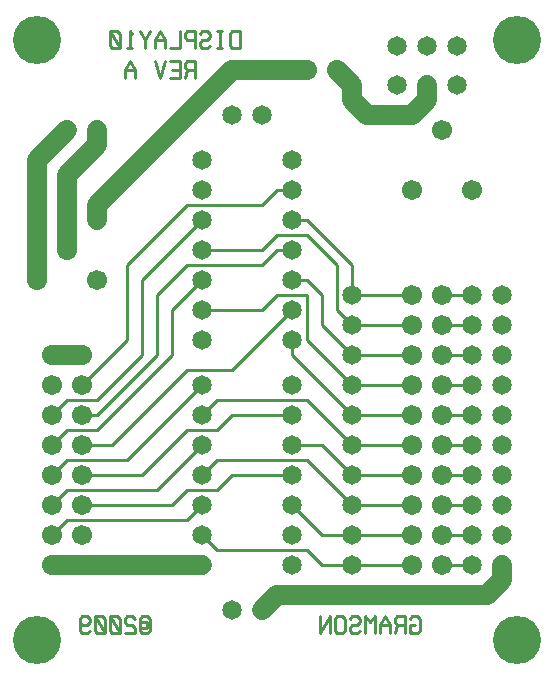
<source format=gbl>
%MOIN*%
%FSLAX25Y25*%
G04 D10 used for Character Trace; *
G04     Circle (OD=.01000) (No hole)*
G04 D11 used for Power Trace; *
G04     Circle (OD=.06500) (No hole)*
G04 D12 used for Signal Trace; *
G04     Circle (OD=.01100) (No hole)*
G04 D13 used for Via; *
G04     Circle (OD=.05800) (Round. Hole ID=.02800)*
G04 D14 used for Component hole; *
G04     Circle (OD=.06500) (Round. Hole ID=.03500)*
G04 D15 used for Component hole; *
G04     Circle (OD=.06700) (Round. Hole ID=.04300)*
G04 D16 used for Component hole; *
G04     Circle (OD=.08100) (Round. Hole ID=.05100)*
G04 D17 used for Component hole; *
G04     Circle (OD=.08900) (Round. Hole ID=.05900)*
G04 D18 used for Component hole; *
G04     Circle (OD=.11300) (Round. Hole ID=.08300)*
G04 D19 used for Component hole; *
G04     Circle (OD=.16000) (Round. Hole ID=.13000)*
G04 D20 used for Component hole; *
G04     Circle (OD=.18300) (Round. Hole ID=.15300)*
G04 D21 used for Component hole; *
G04     Circle (OD=.22291) (Round. Hole ID=.19291)*
%ADD10C,.01000*%
%ADD11C,.06500*%
%ADD12C,.01100*%
%ADD13C,.05800*%
%ADD14C,.06500*%
%ADD15C,.06700*%
%ADD16C,.08100*%
%ADD17C,.08900*%
%ADD18C,.11300*%
%ADD19C,.16000*%
%ADD20C,.18300*%
%ADD21C,.22291*%
%IPPOS*%
%LPD*%
G90*X0Y0D02*D19*X10000Y10000D03*D10*              
X45000Y15957D02*X46674D01*Y14043D01*X45000D01*    
X46674Y12129D02*X45000D01*X44163Y13086D01*        
Y16914D01*X45000Y17871D01*X46674D01*              
X47511Y16914D01*Y13086D01*X46674Y12129D01*        
X42511Y16914D02*X41674Y17871D01*X40000D01*        
X39163Y16914D01*Y15957D01*X40000Y15000D01*        
X41674D01*X42511Y14043D01*Y12129D01*X39163D01*    
X34163Y13086D02*X35000Y12129D01*X36674D01*        
X37511Y13086D01*Y16914D01*X36674Y17871D01*        
X35000D01*X34163Y16914D01*Y13086D01*              
X37511Y12129D02*X34163Y17871D01*X29163Y13086D02*  
X30000Y12129D01*X31674D01*X32511Y13086D01*        
Y16914D01*X31674Y17871D01*X30000D01*              
X29163Y16914D01*Y13086D01*X32511Y12129D02*        
X29163Y17871D01*X24163Y15957D02*X25000Y15000D01*  
X26674D01*X27511Y15957D01*Y16914D01*              
X26674Y17871D01*X25000D01*X24163Y16914D01*        
Y13086D01*X25000Y12129D01*X26674D01*              
X27511Y13086D01*D15*X25000Y35000D03*D11*X15000D01*
D15*D03*X25000Y45000D03*D11*Y35000D02*X65000D01*  
D14*D03*D12*X70000Y40000D02*X100000D01*           
X105000Y35000D01*X115000D01*D14*D03*D12*          
X135000D01*D15*D03*X145000Y45000D03*D12*          
X155000D01*D14*D03*X165000Y35000D03*D11*Y30000D01*
X160000Y25000D01*X155000D01*D14*D03*D11*X90000D01*
X85000Y20000D01*D14*D03*X75000D03*X95000Y35000D03*
D10*X134163Y13086D02*X135000Y12129D01*X136674D01* 
X137511Y13086D01*Y16914D01*X136674Y17871D01*      
X135000D01*X134163Y16914D01*X135837Y15000D02*     
X134163D01*Y12129D01*X132511D02*Y17871D01*        
X130000D01*X129163Y16914D01*Y15957D01*            
X130000Y15000D01*X132511D01*X130000D02*           
X129163Y12129D01*X127511D02*Y15000D01*            
X125837Y17871D01*X124163Y15000D01*Y12129D01*      
X127511Y15000D02*X124163D01*X122511Y12129D02*     
Y17871D01*X120837Y15957D01*X119163Y17871D01*      
Y12129D01*X114163Y16914D02*X115000Y17871D01*      
X116674D01*X117511Y16914D01*Y15957D01*            
X116674Y15000D01*X115000D01*X114163Y14043D01*     
Y13086D01*X115000Y12129D01*X116674D01*            
X117511Y13086D01*X109163D02*X110000Y12129D01*     
X111674D01*X112511Y13086D01*Y16914D01*            
X111674Y17871D01*X110000D01*X109163Y16914D01*     
Y13086D01*X107511Y12129D02*Y17871D01*             
X104163Y12129D01*Y17871D01*D12*X70000Y40000D02*   
X65000Y45000D01*D14*D03*D12*X20000Y50000D02*      
X60000D01*X15000Y45000D02*X20000Y50000D01*D15*    
X15000Y45000D03*X25000Y55000D03*D12*X55000D01*    
X60000Y60000D01*X70000D01*X75000Y65000D01*        
X95000D01*D14*D03*D12*X115000Y55000D02*           
X100000Y70000D01*D14*X115000Y55000D03*D12*        
X135000D01*D15*D03*X145000Y65000D03*D12*          
X155000D01*D14*D03*X165000Y55000D03*Y75000D03*D15*
X145000D03*D12*X155000D01*D14*D03*                
X165000Y65000D03*Y85000D03*D15*X145000D03*D12*    
X155000D01*D14*D03*X165000Y95000D03*D15*          
X145000D03*D12*X155000D01*D14*D03*                
X165000Y105000D03*D15*X145000D03*D12*X155000D01*  
D14*D03*X165000Y115000D03*D15*X145000D03*D12*     
X155000D01*D14*D03*X165000Y125000D03*D15*         
X145000D03*D12*X155000D01*D14*D03*D15*            
X135000Y105000D03*D12*X115000D01*D14*D03*D12*     
X105000Y115000D01*Y125000D01*X100000Y130000D01*   
X95000D01*D14*D03*D12*X100000Y110000D02*          
Y125000D01*X115000Y95000D02*X100000Y110000D01*D14*
X115000Y95000D03*D12*X135000D01*D15*D03*Y85000D03*
D12*X115000D01*D14*D03*D12*X95000Y105000D01*      
Y110000D01*D14*D03*D12*X65000Y120000D02*X85000D01*
D14*X65000D03*Y130000D03*D12*X55000Y120000D01*    
Y105000D01*X30000Y80000D01*X20000D01*             
X15000Y75000D01*D15*D03*D12*Y65000D02*            
X20000Y70000D01*D15*X15000Y65000D03*D12*Y55000D02*
X20000Y60000D01*D15*X15000Y55000D03*D12*          
X20000Y60000D02*X50000D01*X65000Y75000D01*D14*D03*
D12*Y65000D02*X70000Y70000D01*D14*X65000Y65000D03*
D12*X70000Y70000D02*X100000D01*X115000Y65000D02*  
X105000Y75000D01*D14*X115000Y65000D03*D12*        
X135000D01*D15*D03*X145000Y55000D03*D12*          
X155000D01*D14*D03*X165000Y45000D03*D15*          
X135000Y75000D03*D12*X115000D01*D14*D03*D12*      
X100000Y90000D01*X70000D01*X65000Y85000D01*D14*   
D03*D12*X60000Y80000D02*X70000D01*X45000Y65000D02*
X60000Y80000D01*X25000Y65000D02*X45000D01*D15*    
X25000D03*D12*X20000Y70000D02*X40000D01*          
X65000Y95000D01*D14*D03*D12*X35000Y75000D02*      
X60000Y100000D01*X25000Y75000D02*X35000D01*D15*   
X25000D03*X15000Y85000D03*D12*X20000Y90000D01*    
X30000D01*X45000Y105000D01*Y130000D01*            
X65000Y150000D01*D14*D03*D12*X40000Y135000D02*    
X60000Y155000D01*X40000Y110000D02*Y135000D01*     
X25000Y95000D02*X40000Y110000D01*D15*             
X25000Y95000D03*X15000Y105000D03*D11*X25000D01*   
D15*D03*X15000Y95000D03*X25000Y85000D03*D12*      
X30000D01*X50000Y105000D01*Y125000D01*            
X60000Y135000D01*X85000D01*X90000Y140000D01*      
X95000D01*D14*D03*D12*X110000Y135000D02*          
X100000Y145000D01*X110000Y120000D02*Y135000D01*   
X115000Y115000D02*X110000Y120000D01*D14*          
X115000Y115000D03*D12*X135000D01*D15*D03*         
Y125000D03*D12*X115000D01*D14*D03*D12*Y135000D01* 
X100000Y150000D01*X95000D01*D14*D03*D12*          
X90000Y145000D02*X100000D01*X85000Y140000D02*     
X90000Y145000D01*X65000Y140000D02*X85000D01*D14*  
X65000D03*D12*X60000Y155000D02*X85000D01*         
X90000Y160000D01*X95000D01*D14*D03*Y170000D03*D11*
X120000Y185000D02*X135000D01*X140000Y190000D01*   
Y195000D01*D14*D03*X150000Y208000D03*X130000D03*  
X150000Y195000D03*X140000Y208000D03*              
X130000Y195000D03*D15*X145000Y180000D03*D11*      
X120000Y185000D02*X115000Y190000D01*Y195000D01*   
X110000Y200000D01*D15*D03*X100000D03*D11*         
X75000D01*X30000Y155000D01*Y150000D01*D14*D03*D15*
X20000Y140000D03*D11*Y150000D01*D14*D03*D11*      
Y165000D01*X30000Y175000D01*Y180000D01*D14*D03*   
X20000D03*D11*X10000Y170000D01*Y130000D01*D15*D03*
X30000D03*D12*X60000Y100000D02*X75000D01*         
X95000Y120000D01*D14*D03*D12*X90000Y125000D02*    
X100000D01*X85000Y120000D02*X90000Y125000D01*D14* 
X65000Y110000D03*X95000Y95000D03*D12*             
X70000Y80000D02*X75000Y85000D01*X95000D01*D14*D03*
D12*Y75000D02*X105000D01*D14*X95000D03*Y55000D03* 
D12*X105000Y45000D01*X115000D01*D14*D03*D12*      
X135000D01*D15*D03*X145000Y35000D03*D12*          
X155000D01*D14*D03*D19*X170000Y10000D03*D14*      
X95000Y45000D03*X65000Y55000D03*D12*              
X60000Y50000D01*D15*X155000Y160000D03*X135000D03* 
D14*X65000D03*Y170000D03*X85000Y185000D03*        
X75000D03*D10*X62511Y197129D02*Y202871D01*        
X60000D01*X59163Y201914D01*Y200957D01*            
X60000Y200000D01*X62511D01*X60000D02*             
X59163Y197129D01*X54163D02*X57511D01*Y202871D01*  
X54163D01*X57511Y200000D02*X55000D01*             
X52511Y202871D02*X50837Y197129D01*                
X49163Y202871D01*X42511Y197129D02*Y200000D01*     
X40837Y202871D01*X39163Y200000D01*Y197129D01*     
X42511Y200000D02*X39163D01*D19*X170000Y210000D03* 
D10*X77511Y207129D02*Y212871D01*X75000D01*        
X74163Y211914D01*Y208086D01*X75000Y207129D01*     
X77511D01*X70837D02*Y212871D01*X71674Y207129D02*  
X70000D01*X71674Y212871D02*X70000D01*             
X64163Y211914D02*X65000Y212871D01*X66674D01*      
X67511Y211914D01*Y210957D01*X66674Y210000D01*     
X65000D01*X64163Y209043D01*Y208086D01*            
X65000Y207129D01*X66674D01*X67511Y208086D01*      
X62511Y207129D02*Y212871D01*X60000D01*            
X59163Y211914D01*Y210957D01*X60000Y210000D01*     
X62511D01*X57511Y212871D02*Y207129D01*X54163D01*  
X52511D02*Y210000D01*X50837Y212871D01*            
X49163Y210000D01*Y207129D01*X52511Y210000D02*     
X49163D01*X47511Y212871D02*X45837Y210000D01*      
X44163Y212871D01*X45837Y210000D02*Y207129D01*     
X41674Y211914D02*X40837Y212871D01*Y207129D01*     
X41674D02*X40000D01*X34163Y208086D02*             
X35000Y207129D01*X36674D01*X37511Y208086D01*      
Y211914D01*X36674Y212871D01*X35000D01*            
X34163Y211914D01*Y208086D01*X37511Y207129D02*     
X34163Y212871D01*D19*X10000Y210000D03*M02*        

</source>
